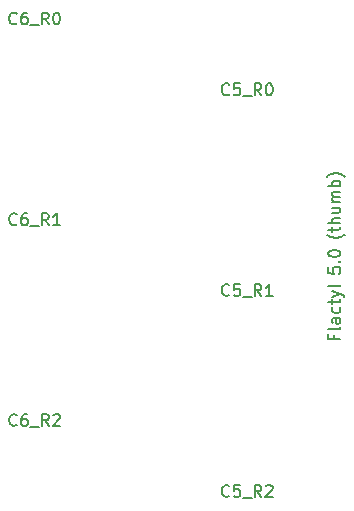
<source format=gbr>
%TF.GenerationSoftware,KiCad,Pcbnew,(7.0.0-0)*%
%TF.CreationDate,2023-06-15T11:55:35+08:00*%
%TF.ProjectId,thumb,7468756d-622e-46b6-9963-61645f706362,v1.0.0*%
%TF.SameCoordinates,Original*%
%TF.FileFunction,Legend,Top*%
%TF.FilePolarity,Positive*%
%FSLAX46Y46*%
G04 Gerber Fmt 4.6, Leading zero omitted, Abs format (unit mm)*
G04 Created by KiCad (PCBNEW (7.0.0-0)) date 2023-06-15 11:55:35*
%MOMM*%
%LPD*%
G01*
G04 APERTURE LIST*
%ADD10C,0.150000*%
G04 APERTURE END LIST*
D10*
%TO.C,JC1*%
%TO.C,T1*%
X25343571Y10304760D02*
X25343571Y9971427D01*
X25867380Y9971427D02*
X24867380Y9971427D01*
X24867380Y9971427D02*
X24867380Y10447617D01*
X25867380Y10971427D02*
X25819761Y10876189D01*
X25819761Y10876189D02*
X25724523Y10828570D01*
X25724523Y10828570D02*
X24867380Y10828570D01*
X25867380Y11780951D02*
X25343571Y11780951D01*
X25343571Y11780951D02*
X25248333Y11733332D01*
X25248333Y11733332D02*
X25200714Y11638094D01*
X25200714Y11638094D02*
X25200714Y11447618D01*
X25200714Y11447618D02*
X25248333Y11352380D01*
X25819761Y11780951D02*
X25867380Y11685713D01*
X25867380Y11685713D02*
X25867380Y11447618D01*
X25867380Y11447618D02*
X25819761Y11352380D01*
X25819761Y11352380D02*
X25724523Y11304761D01*
X25724523Y11304761D02*
X25629285Y11304761D01*
X25629285Y11304761D02*
X25534047Y11352380D01*
X25534047Y11352380D02*
X25486428Y11447618D01*
X25486428Y11447618D02*
X25486428Y11685713D01*
X25486428Y11685713D02*
X25438809Y11780951D01*
X25819761Y12685713D02*
X25867380Y12590475D01*
X25867380Y12590475D02*
X25867380Y12399999D01*
X25867380Y12399999D02*
X25819761Y12304761D01*
X25819761Y12304761D02*
X25772142Y12257142D01*
X25772142Y12257142D02*
X25676904Y12209523D01*
X25676904Y12209523D02*
X25391190Y12209523D01*
X25391190Y12209523D02*
X25295952Y12257142D01*
X25295952Y12257142D02*
X25248333Y12304761D01*
X25248333Y12304761D02*
X25200714Y12399999D01*
X25200714Y12399999D02*
X25200714Y12590475D01*
X25200714Y12590475D02*
X25248333Y12685713D01*
X25200714Y12971428D02*
X25200714Y13352380D01*
X24867380Y13114285D02*
X25724523Y13114285D01*
X25724523Y13114285D02*
X25819761Y13161904D01*
X25819761Y13161904D02*
X25867380Y13257142D01*
X25867380Y13257142D02*
X25867380Y13352380D01*
X25200714Y13590476D02*
X25867380Y13828571D01*
X25200714Y14066666D02*
X25867380Y13828571D01*
X25867380Y13828571D02*
X26105476Y13733333D01*
X26105476Y13733333D02*
X26153095Y13685714D01*
X26153095Y13685714D02*
X26200714Y13590476D01*
X25867380Y14590476D02*
X25819761Y14495238D01*
X25819761Y14495238D02*
X25724523Y14447619D01*
X25724523Y14447619D02*
X24867380Y14447619D01*
X24867380Y16047619D02*
X24867380Y15571429D01*
X24867380Y15571429D02*
X25343571Y15523810D01*
X25343571Y15523810D02*
X25295952Y15571429D01*
X25295952Y15571429D02*
X25248333Y15666667D01*
X25248333Y15666667D02*
X25248333Y15904762D01*
X25248333Y15904762D02*
X25295952Y16000000D01*
X25295952Y16000000D02*
X25343571Y16047619D01*
X25343571Y16047619D02*
X25438809Y16095238D01*
X25438809Y16095238D02*
X25676904Y16095238D01*
X25676904Y16095238D02*
X25772142Y16047619D01*
X25772142Y16047619D02*
X25819761Y16000000D01*
X25819761Y16000000D02*
X25867380Y15904762D01*
X25867380Y15904762D02*
X25867380Y15666667D01*
X25867380Y15666667D02*
X25819761Y15571429D01*
X25819761Y15571429D02*
X25772142Y15523810D01*
X25772142Y16523810D02*
X25819761Y16571429D01*
X25819761Y16571429D02*
X25867380Y16523810D01*
X25867380Y16523810D02*
X25819761Y16476191D01*
X25819761Y16476191D02*
X25772142Y16523810D01*
X25772142Y16523810D02*
X25867380Y16523810D01*
X24867380Y17190476D02*
X24867380Y17285714D01*
X24867380Y17285714D02*
X24915000Y17380952D01*
X24915000Y17380952D02*
X24962619Y17428571D01*
X24962619Y17428571D02*
X25057857Y17476190D01*
X25057857Y17476190D02*
X25248333Y17523809D01*
X25248333Y17523809D02*
X25486428Y17523809D01*
X25486428Y17523809D02*
X25676904Y17476190D01*
X25676904Y17476190D02*
X25772142Y17428571D01*
X25772142Y17428571D02*
X25819761Y17380952D01*
X25819761Y17380952D02*
X25867380Y17285714D01*
X25867380Y17285714D02*
X25867380Y17190476D01*
X25867380Y17190476D02*
X25819761Y17095238D01*
X25819761Y17095238D02*
X25772142Y17047619D01*
X25772142Y17047619D02*
X25676904Y17000000D01*
X25676904Y17000000D02*
X25486428Y16952381D01*
X25486428Y16952381D02*
X25248333Y16952381D01*
X25248333Y16952381D02*
X25057857Y17000000D01*
X25057857Y17000000D02*
X24962619Y17047619D01*
X24962619Y17047619D02*
X24915000Y17095238D01*
X24915000Y17095238D02*
X24867380Y17190476D01*
X26248333Y18838095D02*
X26200714Y18790476D01*
X26200714Y18790476D02*
X26057857Y18695238D01*
X26057857Y18695238D02*
X25962619Y18647619D01*
X25962619Y18647619D02*
X25819761Y18600000D01*
X25819761Y18600000D02*
X25581666Y18552381D01*
X25581666Y18552381D02*
X25391190Y18552381D01*
X25391190Y18552381D02*
X25153095Y18600000D01*
X25153095Y18600000D02*
X25010238Y18647619D01*
X25010238Y18647619D02*
X24915000Y18695238D01*
X24915000Y18695238D02*
X24772142Y18790476D01*
X24772142Y18790476D02*
X24724523Y18838095D01*
X25200714Y19076191D02*
X25200714Y19457143D01*
X24867380Y19219048D02*
X25724523Y19219048D01*
X25724523Y19219048D02*
X25819761Y19266667D01*
X25819761Y19266667D02*
X25867380Y19361905D01*
X25867380Y19361905D02*
X25867380Y19457143D01*
X25867380Y19790477D02*
X24867380Y19790477D01*
X25867380Y20219048D02*
X25343571Y20219048D01*
X25343571Y20219048D02*
X25248333Y20171429D01*
X25248333Y20171429D02*
X25200714Y20076191D01*
X25200714Y20076191D02*
X25200714Y19933334D01*
X25200714Y19933334D02*
X25248333Y19838096D01*
X25248333Y19838096D02*
X25295952Y19790477D01*
X25200714Y21123810D02*
X25867380Y21123810D01*
X25200714Y20695239D02*
X25724523Y20695239D01*
X25724523Y20695239D02*
X25819761Y20742858D01*
X25819761Y20742858D02*
X25867380Y20838096D01*
X25867380Y20838096D02*
X25867380Y20980953D01*
X25867380Y20980953D02*
X25819761Y21076191D01*
X25819761Y21076191D02*
X25772142Y21123810D01*
X25867380Y21600001D02*
X25200714Y21600001D01*
X25295952Y21600001D02*
X25248333Y21647620D01*
X25248333Y21647620D02*
X25200714Y21742858D01*
X25200714Y21742858D02*
X25200714Y21885715D01*
X25200714Y21885715D02*
X25248333Y21980953D01*
X25248333Y21980953D02*
X25343571Y22028572D01*
X25343571Y22028572D02*
X25867380Y22028572D01*
X25343571Y22028572D02*
X25248333Y22076191D01*
X25248333Y22076191D02*
X25200714Y22171429D01*
X25200714Y22171429D02*
X25200714Y22314286D01*
X25200714Y22314286D02*
X25248333Y22409525D01*
X25248333Y22409525D02*
X25343571Y22457144D01*
X25343571Y22457144D02*
X25867380Y22457144D01*
X25867380Y22933334D02*
X24867380Y22933334D01*
X25248333Y22933334D02*
X25200714Y23028572D01*
X25200714Y23028572D02*
X25200714Y23219048D01*
X25200714Y23219048D02*
X25248333Y23314286D01*
X25248333Y23314286D02*
X25295952Y23361905D01*
X25295952Y23361905D02*
X25391190Y23409524D01*
X25391190Y23409524D02*
X25676904Y23409524D01*
X25676904Y23409524D02*
X25772142Y23361905D01*
X25772142Y23361905D02*
X25819761Y23314286D01*
X25819761Y23314286D02*
X25867380Y23219048D01*
X25867380Y23219048D02*
X25867380Y23028572D01*
X25867380Y23028572D02*
X25819761Y22933334D01*
X26248333Y23742858D02*
X26200714Y23790477D01*
X26200714Y23790477D02*
X26057857Y23885715D01*
X26057857Y23885715D02*
X25962619Y23933334D01*
X25962619Y23933334D02*
X25819761Y23980953D01*
X25819761Y23980953D02*
X25581666Y24028572D01*
X25581666Y24028572D02*
X25391190Y24028572D01*
X25391190Y24028572D02*
X25153095Y23980953D01*
X25153095Y23980953D02*
X25010238Y23933334D01*
X25010238Y23933334D02*
X24915000Y23885715D01*
X24915000Y23885715D02*
X24772142Y23790477D01*
X24772142Y23790477D02*
X24724523Y23742858D01*
%TO.C,H1*%
%TO.C,H2*%
%TO.C,S1*%
X16476190Y30727857D02*
X16428571Y30680238D01*
X16428571Y30680238D02*
X16285714Y30632619D01*
X16285714Y30632619D02*
X16190476Y30632619D01*
X16190476Y30632619D02*
X16047619Y30680238D01*
X16047619Y30680238D02*
X15952381Y30775476D01*
X15952381Y30775476D02*
X15904762Y30870714D01*
X15904762Y30870714D02*
X15857143Y31061190D01*
X15857143Y31061190D02*
X15857143Y31204047D01*
X15857143Y31204047D02*
X15904762Y31394523D01*
X15904762Y31394523D02*
X15952381Y31489761D01*
X15952381Y31489761D02*
X16047619Y31585000D01*
X16047619Y31585000D02*
X16190476Y31632619D01*
X16190476Y31632619D02*
X16285714Y31632619D01*
X16285714Y31632619D02*
X16428571Y31585000D01*
X16428571Y31585000D02*
X16476190Y31537380D01*
X17380952Y31632619D02*
X16904762Y31632619D01*
X16904762Y31632619D02*
X16857143Y31156428D01*
X16857143Y31156428D02*
X16904762Y31204047D01*
X16904762Y31204047D02*
X17000000Y31251666D01*
X17000000Y31251666D02*
X17238095Y31251666D01*
X17238095Y31251666D02*
X17333333Y31204047D01*
X17333333Y31204047D02*
X17380952Y31156428D01*
X17380952Y31156428D02*
X17428571Y31061190D01*
X17428571Y31061190D02*
X17428571Y30823095D01*
X17428571Y30823095D02*
X17380952Y30727857D01*
X17380952Y30727857D02*
X17333333Y30680238D01*
X17333333Y30680238D02*
X17238095Y30632619D01*
X17238095Y30632619D02*
X17000000Y30632619D01*
X17000000Y30632619D02*
X16904762Y30680238D01*
X16904762Y30680238D02*
X16857143Y30727857D01*
X17619048Y30537380D02*
X18380952Y30537380D01*
X19190476Y30632619D02*
X18857143Y31108809D01*
X18619048Y30632619D02*
X18619048Y31632619D01*
X18619048Y31632619D02*
X19000000Y31632619D01*
X19000000Y31632619D02*
X19095238Y31585000D01*
X19095238Y31585000D02*
X19142857Y31537380D01*
X19142857Y31537380D02*
X19190476Y31442142D01*
X19190476Y31442142D02*
X19190476Y31299285D01*
X19190476Y31299285D02*
X19142857Y31204047D01*
X19142857Y31204047D02*
X19095238Y31156428D01*
X19095238Y31156428D02*
X19000000Y31108809D01*
X19000000Y31108809D02*
X18619048Y31108809D01*
X19809524Y31632619D02*
X19904762Y31632619D01*
X19904762Y31632619D02*
X20000000Y31585000D01*
X20000000Y31585000D02*
X20047619Y31537380D01*
X20047619Y31537380D02*
X20095238Y31442142D01*
X20095238Y31442142D02*
X20142857Y31251666D01*
X20142857Y31251666D02*
X20142857Y31013571D01*
X20142857Y31013571D02*
X20095238Y30823095D01*
X20095238Y30823095D02*
X20047619Y30727857D01*
X20047619Y30727857D02*
X20000000Y30680238D01*
X20000000Y30680238D02*
X19904762Y30632619D01*
X19904762Y30632619D02*
X19809524Y30632619D01*
X19809524Y30632619D02*
X19714286Y30680238D01*
X19714286Y30680238D02*
X19666667Y30727857D01*
X19666667Y30727857D02*
X19619048Y30823095D01*
X19619048Y30823095D02*
X19571429Y31013571D01*
X19571429Y31013571D02*
X19571429Y31251666D01*
X19571429Y31251666D02*
X19619048Y31442142D01*
X19619048Y31442142D02*
X19666667Y31537380D01*
X19666667Y31537380D02*
X19714286Y31585000D01*
X19714286Y31585000D02*
X19809524Y31632619D01*
%TO.C,S2*%
X16476190Y13727857D02*
X16428571Y13680238D01*
X16428571Y13680238D02*
X16285714Y13632619D01*
X16285714Y13632619D02*
X16190476Y13632619D01*
X16190476Y13632619D02*
X16047619Y13680238D01*
X16047619Y13680238D02*
X15952381Y13775476D01*
X15952381Y13775476D02*
X15904762Y13870714D01*
X15904762Y13870714D02*
X15857143Y14061190D01*
X15857143Y14061190D02*
X15857143Y14204047D01*
X15857143Y14204047D02*
X15904762Y14394523D01*
X15904762Y14394523D02*
X15952381Y14489761D01*
X15952381Y14489761D02*
X16047619Y14585000D01*
X16047619Y14585000D02*
X16190476Y14632619D01*
X16190476Y14632619D02*
X16285714Y14632619D01*
X16285714Y14632619D02*
X16428571Y14585000D01*
X16428571Y14585000D02*
X16476190Y14537380D01*
X17380952Y14632619D02*
X16904762Y14632619D01*
X16904762Y14632619D02*
X16857143Y14156428D01*
X16857143Y14156428D02*
X16904762Y14204047D01*
X16904762Y14204047D02*
X17000000Y14251666D01*
X17000000Y14251666D02*
X17238095Y14251666D01*
X17238095Y14251666D02*
X17333333Y14204047D01*
X17333333Y14204047D02*
X17380952Y14156428D01*
X17380952Y14156428D02*
X17428571Y14061190D01*
X17428571Y14061190D02*
X17428571Y13823095D01*
X17428571Y13823095D02*
X17380952Y13727857D01*
X17380952Y13727857D02*
X17333333Y13680238D01*
X17333333Y13680238D02*
X17238095Y13632619D01*
X17238095Y13632619D02*
X17000000Y13632619D01*
X17000000Y13632619D02*
X16904762Y13680238D01*
X16904762Y13680238D02*
X16857143Y13727857D01*
X17619048Y13537380D02*
X18380952Y13537380D01*
X19190476Y13632619D02*
X18857143Y14108809D01*
X18619048Y13632619D02*
X18619048Y14632619D01*
X18619048Y14632619D02*
X19000000Y14632619D01*
X19000000Y14632619D02*
X19095238Y14585000D01*
X19095238Y14585000D02*
X19142857Y14537380D01*
X19142857Y14537380D02*
X19190476Y14442142D01*
X19190476Y14442142D02*
X19190476Y14299285D01*
X19190476Y14299285D02*
X19142857Y14204047D01*
X19142857Y14204047D02*
X19095238Y14156428D01*
X19095238Y14156428D02*
X19000000Y14108809D01*
X19000000Y14108809D02*
X18619048Y14108809D01*
X20142857Y13632619D02*
X19571429Y13632619D01*
X19857143Y13632619D02*
X19857143Y14632619D01*
X19857143Y14632619D02*
X19761905Y14489761D01*
X19761905Y14489761D02*
X19666667Y14394523D01*
X19666667Y14394523D02*
X19571429Y14346904D01*
%TO.C,S3*%
X16476190Y-3272142D02*
X16428571Y-3319761D01*
X16428571Y-3319761D02*
X16285714Y-3367380D01*
X16285714Y-3367380D02*
X16190476Y-3367380D01*
X16190476Y-3367380D02*
X16047619Y-3319761D01*
X16047619Y-3319761D02*
X15952381Y-3224523D01*
X15952381Y-3224523D02*
X15904762Y-3129285D01*
X15904762Y-3129285D02*
X15857143Y-2938809D01*
X15857143Y-2938809D02*
X15857143Y-2795952D01*
X15857143Y-2795952D02*
X15904762Y-2605476D01*
X15904762Y-2605476D02*
X15952381Y-2510238D01*
X15952381Y-2510238D02*
X16047619Y-2415000D01*
X16047619Y-2415000D02*
X16190476Y-2367380D01*
X16190476Y-2367380D02*
X16285714Y-2367380D01*
X16285714Y-2367380D02*
X16428571Y-2415000D01*
X16428571Y-2415000D02*
X16476190Y-2462619D01*
X17380952Y-2367380D02*
X16904762Y-2367380D01*
X16904762Y-2367380D02*
X16857143Y-2843571D01*
X16857143Y-2843571D02*
X16904762Y-2795952D01*
X16904762Y-2795952D02*
X17000000Y-2748333D01*
X17000000Y-2748333D02*
X17238095Y-2748333D01*
X17238095Y-2748333D02*
X17333333Y-2795952D01*
X17333333Y-2795952D02*
X17380952Y-2843571D01*
X17380952Y-2843571D02*
X17428571Y-2938809D01*
X17428571Y-2938809D02*
X17428571Y-3176904D01*
X17428571Y-3176904D02*
X17380952Y-3272142D01*
X17380952Y-3272142D02*
X17333333Y-3319761D01*
X17333333Y-3319761D02*
X17238095Y-3367380D01*
X17238095Y-3367380D02*
X17000000Y-3367380D01*
X17000000Y-3367380D02*
X16904762Y-3319761D01*
X16904762Y-3319761D02*
X16857143Y-3272142D01*
X17619048Y-3462619D02*
X18380952Y-3462619D01*
X19190476Y-3367380D02*
X18857143Y-2891190D01*
X18619048Y-3367380D02*
X18619048Y-2367380D01*
X18619048Y-2367380D02*
X19000000Y-2367380D01*
X19000000Y-2367380D02*
X19095238Y-2415000D01*
X19095238Y-2415000D02*
X19142857Y-2462619D01*
X19142857Y-2462619D02*
X19190476Y-2557857D01*
X19190476Y-2557857D02*
X19190476Y-2700714D01*
X19190476Y-2700714D02*
X19142857Y-2795952D01*
X19142857Y-2795952D02*
X19095238Y-2843571D01*
X19095238Y-2843571D02*
X19000000Y-2891190D01*
X19000000Y-2891190D02*
X18619048Y-2891190D01*
X19571429Y-2462619D02*
X19619048Y-2415000D01*
X19619048Y-2415000D02*
X19714286Y-2367380D01*
X19714286Y-2367380D02*
X19952381Y-2367380D01*
X19952381Y-2367380D02*
X20047619Y-2415000D01*
X20047619Y-2415000D02*
X20095238Y-2462619D01*
X20095238Y-2462619D02*
X20142857Y-2557857D01*
X20142857Y-2557857D02*
X20142857Y-2653095D01*
X20142857Y-2653095D02*
X20095238Y-2795952D01*
X20095238Y-2795952D02*
X19523810Y-3367380D01*
X19523810Y-3367380D02*
X20142857Y-3367380D01*
%TO.C,S4*%
X-1523809Y36727857D02*
X-1571428Y36680238D01*
X-1571428Y36680238D02*
X-1714285Y36632619D01*
X-1714285Y36632619D02*
X-1809523Y36632619D01*
X-1809523Y36632619D02*
X-1952380Y36680238D01*
X-1952380Y36680238D02*
X-2047618Y36775476D01*
X-2047618Y36775476D02*
X-2095237Y36870714D01*
X-2095237Y36870714D02*
X-2142856Y37061190D01*
X-2142856Y37061190D02*
X-2142856Y37204047D01*
X-2142856Y37204047D02*
X-2095237Y37394523D01*
X-2095237Y37394523D02*
X-2047618Y37489761D01*
X-2047618Y37489761D02*
X-1952380Y37585000D01*
X-1952380Y37585000D02*
X-1809523Y37632619D01*
X-1809523Y37632619D02*
X-1714285Y37632619D01*
X-1714285Y37632619D02*
X-1571428Y37585000D01*
X-1571428Y37585000D02*
X-1523809Y37537380D01*
X-666666Y37632619D02*
X-857142Y37632619D01*
X-857142Y37632619D02*
X-952380Y37585000D01*
X-952380Y37585000D02*
X-999999Y37537380D01*
X-999999Y37537380D02*
X-1095237Y37394523D01*
X-1095237Y37394523D02*
X-1142856Y37204047D01*
X-1142856Y37204047D02*
X-1142856Y36823095D01*
X-1142856Y36823095D02*
X-1095237Y36727857D01*
X-1095237Y36727857D02*
X-1047618Y36680238D01*
X-1047618Y36680238D02*
X-952380Y36632619D01*
X-952380Y36632619D02*
X-761904Y36632619D01*
X-761904Y36632619D02*
X-666666Y36680238D01*
X-666666Y36680238D02*
X-619047Y36727857D01*
X-619047Y36727857D02*
X-571428Y36823095D01*
X-571428Y36823095D02*
X-571428Y37061190D01*
X-571428Y37061190D02*
X-619047Y37156428D01*
X-619047Y37156428D02*
X-666666Y37204047D01*
X-666666Y37204047D02*
X-761904Y37251666D01*
X-761904Y37251666D02*
X-952380Y37251666D01*
X-952380Y37251666D02*
X-1047618Y37204047D01*
X-1047618Y37204047D02*
X-1095237Y37156428D01*
X-1095237Y37156428D02*
X-1142856Y37061190D01*
X-380952Y36537380D02*
X380952Y36537380D01*
X1190476Y36632619D02*
X857143Y37108809D01*
X619048Y36632619D02*
X619048Y37632619D01*
X619048Y37632619D02*
X1000000Y37632619D01*
X1000000Y37632619D02*
X1095238Y37585000D01*
X1095238Y37585000D02*
X1142857Y37537380D01*
X1142857Y37537380D02*
X1190476Y37442142D01*
X1190476Y37442142D02*
X1190476Y37299285D01*
X1190476Y37299285D02*
X1142857Y37204047D01*
X1142857Y37204047D02*
X1095238Y37156428D01*
X1095238Y37156428D02*
X1000000Y37108809D01*
X1000000Y37108809D02*
X619048Y37108809D01*
X1809524Y37632619D02*
X1904762Y37632619D01*
X1904762Y37632619D02*
X2000000Y37585000D01*
X2000000Y37585000D02*
X2047619Y37537380D01*
X2047619Y37537380D02*
X2095238Y37442142D01*
X2095238Y37442142D02*
X2142857Y37251666D01*
X2142857Y37251666D02*
X2142857Y37013571D01*
X2142857Y37013571D02*
X2095238Y36823095D01*
X2095238Y36823095D02*
X2047619Y36727857D01*
X2047619Y36727857D02*
X2000000Y36680238D01*
X2000000Y36680238D02*
X1904762Y36632619D01*
X1904762Y36632619D02*
X1809524Y36632619D01*
X1809524Y36632619D02*
X1714286Y36680238D01*
X1714286Y36680238D02*
X1666667Y36727857D01*
X1666667Y36727857D02*
X1619048Y36823095D01*
X1619048Y36823095D02*
X1571429Y37013571D01*
X1571429Y37013571D02*
X1571429Y37251666D01*
X1571429Y37251666D02*
X1619048Y37442142D01*
X1619048Y37442142D02*
X1666667Y37537380D01*
X1666667Y37537380D02*
X1714286Y37585000D01*
X1714286Y37585000D02*
X1809524Y37632619D01*
%TO.C,S5*%
X-1523809Y19727857D02*
X-1571428Y19680238D01*
X-1571428Y19680238D02*
X-1714285Y19632619D01*
X-1714285Y19632619D02*
X-1809523Y19632619D01*
X-1809523Y19632619D02*
X-1952380Y19680238D01*
X-1952380Y19680238D02*
X-2047618Y19775476D01*
X-2047618Y19775476D02*
X-2095237Y19870714D01*
X-2095237Y19870714D02*
X-2142856Y20061190D01*
X-2142856Y20061190D02*
X-2142856Y20204047D01*
X-2142856Y20204047D02*
X-2095237Y20394523D01*
X-2095237Y20394523D02*
X-2047618Y20489761D01*
X-2047618Y20489761D02*
X-1952380Y20585000D01*
X-1952380Y20585000D02*
X-1809523Y20632619D01*
X-1809523Y20632619D02*
X-1714285Y20632619D01*
X-1714285Y20632619D02*
X-1571428Y20585000D01*
X-1571428Y20585000D02*
X-1523809Y20537380D01*
X-666666Y20632619D02*
X-857142Y20632619D01*
X-857142Y20632619D02*
X-952380Y20585000D01*
X-952380Y20585000D02*
X-999999Y20537380D01*
X-999999Y20537380D02*
X-1095237Y20394523D01*
X-1095237Y20394523D02*
X-1142856Y20204047D01*
X-1142856Y20204047D02*
X-1142856Y19823095D01*
X-1142856Y19823095D02*
X-1095237Y19727857D01*
X-1095237Y19727857D02*
X-1047618Y19680238D01*
X-1047618Y19680238D02*
X-952380Y19632619D01*
X-952380Y19632619D02*
X-761904Y19632619D01*
X-761904Y19632619D02*
X-666666Y19680238D01*
X-666666Y19680238D02*
X-619047Y19727857D01*
X-619047Y19727857D02*
X-571428Y19823095D01*
X-571428Y19823095D02*
X-571428Y20061190D01*
X-571428Y20061190D02*
X-619047Y20156428D01*
X-619047Y20156428D02*
X-666666Y20204047D01*
X-666666Y20204047D02*
X-761904Y20251666D01*
X-761904Y20251666D02*
X-952380Y20251666D01*
X-952380Y20251666D02*
X-1047618Y20204047D01*
X-1047618Y20204047D02*
X-1095237Y20156428D01*
X-1095237Y20156428D02*
X-1142856Y20061190D01*
X-380952Y19537380D02*
X380952Y19537380D01*
X1190476Y19632619D02*
X857143Y20108809D01*
X619048Y19632619D02*
X619048Y20632619D01*
X619048Y20632619D02*
X1000000Y20632619D01*
X1000000Y20632619D02*
X1095238Y20585000D01*
X1095238Y20585000D02*
X1142857Y20537380D01*
X1142857Y20537380D02*
X1190476Y20442142D01*
X1190476Y20442142D02*
X1190476Y20299285D01*
X1190476Y20299285D02*
X1142857Y20204047D01*
X1142857Y20204047D02*
X1095238Y20156428D01*
X1095238Y20156428D02*
X1000000Y20108809D01*
X1000000Y20108809D02*
X619048Y20108809D01*
X2142857Y19632619D02*
X1571429Y19632619D01*
X1857143Y19632619D02*
X1857143Y20632619D01*
X1857143Y20632619D02*
X1761905Y20489761D01*
X1761905Y20489761D02*
X1666667Y20394523D01*
X1666667Y20394523D02*
X1571429Y20346904D01*
%TO.C,S6*%
X-1523809Y2727857D02*
X-1571428Y2680238D01*
X-1571428Y2680238D02*
X-1714285Y2632619D01*
X-1714285Y2632619D02*
X-1809523Y2632619D01*
X-1809523Y2632619D02*
X-1952380Y2680238D01*
X-1952380Y2680238D02*
X-2047618Y2775476D01*
X-2047618Y2775476D02*
X-2095237Y2870714D01*
X-2095237Y2870714D02*
X-2142856Y3061190D01*
X-2142856Y3061190D02*
X-2142856Y3204047D01*
X-2142856Y3204047D02*
X-2095237Y3394523D01*
X-2095237Y3394523D02*
X-2047618Y3489761D01*
X-2047618Y3489761D02*
X-1952380Y3585000D01*
X-1952380Y3585000D02*
X-1809523Y3632619D01*
X-1809523Y3632619D02*
X-1714285Y3632619D01*
X-1714285Y3632619D02*
X-1571428Y3585000D01*
X-1571428Y3585000D02*
X-1523809Y3537380D01*
X-666666Y3632619D02*
X-857142Y3632619D01*
X-857142Y3632619D02*
X-952380Y3585000D01*
X-952380Y3585000D02*
X-999999Y3537380D01*
X-999999Y3537380D02*
X-1095237Y3394523D01*
X-1095237Y3394523D02*
X-1142856Y3204047D01*
X-1142856Y3204047D02*
X-1142856Y2823095D01*
X-1142856Y2823095D02*
X-1095237Y2727857D01*
X-1095237Y2727857D02*
X-1047618Y2680238D01*
X-1047618Y2680238D02*
X-952380Y2632619D01*
X-952380Y2632619D02*
X-761904Y2632619D01*
X-761904Y2632619D02*
X-666666Y2680238D01*
X-666666Y2680238D02*
X-619047Y2727857D01*
X-619047Y2727857D02*
X-571428Y2823095D01*
X-571428Y2823095D02*
X-571428Y3061190D01*
X-571428Y3061190D02*
X-619047Y3156428D01*
X-619047Y3156428D02*
X-666666Y3204047D01*
X-666666Y3204047D02*
X-761904Y3251666D01*
X-761904Y3251666D02*
X-952380Y3251666D01*
X-952380Y3251666D02*
X-1047618Y3204047D01*
X-1047618Y3204047D02*
X-1095237Y3156428D01*
X-1095237Y3156428D02*
X-1142856Y3061190D01*
X-380952Y2537380D02*
X380952Y2537380D01*
X1190476Y2632619D02*
X857143Y3108809D01*
X619048Y2632619D02*
X619048Y3632619D01*
X619048Y3632619D02*
X1000000Y3632619D01*
X1000000Y3632619D02*
X1095238Y3585000D01*
X1095238Y3585000D02*
X1142857Y3537380D01*
X1142857Y3537380D02*
X1190476Y3442142D01*
X1190476Y3442142D02*
X1190476Y3299285D01*
X1190476Y3299285D02*
X1142857Y3204047D01*
X1142857Y3204047D02*
X1095238Y3156428D01*
X1095238Y3156428D02*
X1000000Y3108809D01*
X1000000Y3108809D02*
X619048Y3108809D01*
X1571429Y3537380D02*
X1619048Y3585000D01*
X1619048Y3585000D02*
X1714286Y3632619D01*
X1714286Y3632619D02*
X1952381Y3632619D01*
X1952381Y3632619D02*
X2047619Y3585000D01*
X2047619Y3585000D02*
X2095238Y3537380D01*
X2095238Y3537380D02*
X2142857Y3442142D01*
X2142857Y3442142D02*
X2142857Y3346904D01*
X2142857Y3346904D02*
X2095238Y3204047D01*
X2095238Y3204047D02*
X1523810Y2632619D01*
X1523810Y2632619D02*
X2142857Y2632619D01*
%TD*%
M02*

</source>
